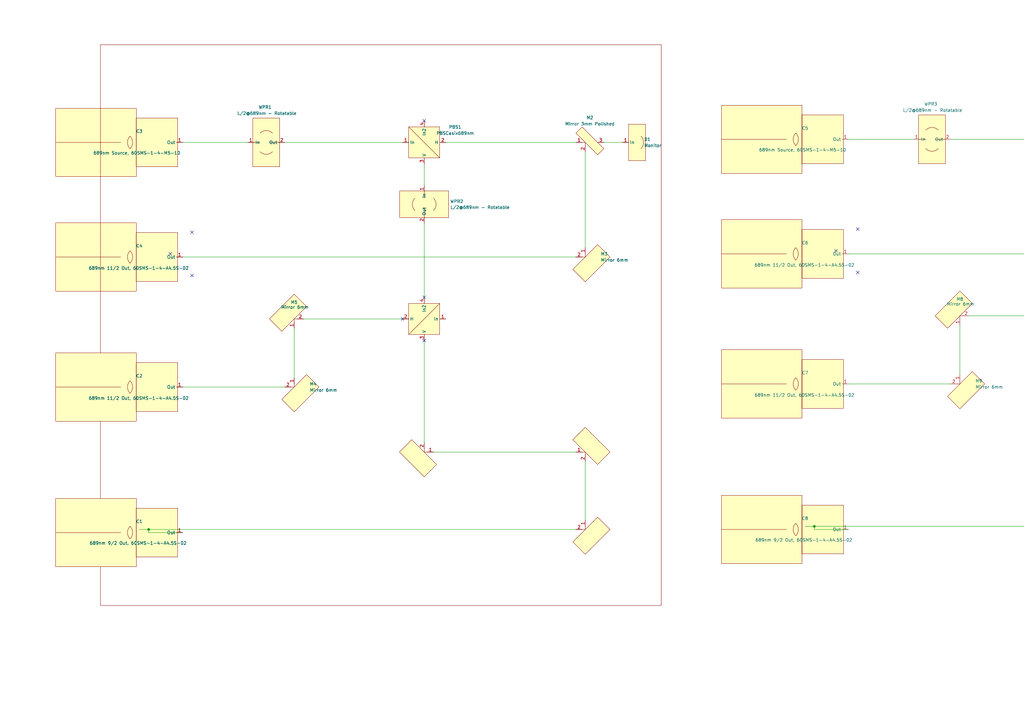
<source format=kicad_sch>
(kicad_sch (version 20231120) (generator "eeschema") (generator_version "8.0")
  (paper "A3")
  (lib_symbols
    (symbol "Optics:Baseplate230x230"
      (property "Reference" "BP" (at 0 0 0))
      (property "Value" "230mm" (at 0.254 -2.286 0))
      (symbol "Baseplate230x230_1_1"
        (rectangle (start -115 115) (end 115 -115))
      )
    )
    (symbol "Optics:Collimator_S&K_M5"
      (property "Reference" "C" (at 5.08 12.7 0))
      (symbol "Collimator_S&K_M5_1_1"
        (rectangle (start -33 14) (end 0 -14) (fill (type background)))
        (arc (start -2.54 -2.54) (mid -1.4879 0) (end -2.54 2.54))
        (arc (start -2.54 2.54) (mid -3.5921 0) (end -2.54 -2.54))
        (polyline (pts (xy -33.02 0) (xy -6.35 0)))
        (rectangle (start 0 10) (end 17 -10) (fill (type background)))
        (pin passive line (at 19.05 0 180) (length 2.54) (name "Out") (number "1"))
      )
    )
    (symbol "Optics:Lambda/2 -689Rot"
      (property "Reference" "WPR" (at -0.508 13.97 0))
      (property "Value" "L/2@689nm - Rotatable" (at -0.508 11.43 0))
      (symbol "Lambda/2 -689Rot_0_1"
        (arc (start -2.54 -3.81) (mid 0 -4.8621) (end 2.54 -3.81))
        (polyline (pts (xy 1.27 0) (xy 5.08 0)))
        (arc (start 2.54 3.81) (mid 0 4.8621) (end -2.54 3.81))
      )
      (symbol "Lambda/2 -689Rot_1_1"
        (rectangle (start -5.5 10) (end 5.5 -10) (fill (type background)))
        (polyline (pts (xy -5.08 0) (xy -2.54 0)))
        (pin passive line (at -7.62 0 0) (length 2.54) (name "In") (number "1"))
        (pin passive line (at 7.62 0 180) (length 2.54) (name "Out") (number "2"))
      )
    )
    (symbol "Optics:Mirror3mmE02Right"
      (property "Reference" "M" (at 1.016 6.858 0))
      (property "Value" "Mirror 3mm Polished" (at 10.414 4.318 0))
      (symbol "Mirror3mmE02Right_0_1"
        (polyline (pts (xy -1.27 0) (xy 0 0) (xy 0 -1.27)))
      )
      (symbol "Mirror3mmE02Right_1_1"
        (polyline (pts (xy 0 0) (xy -3.81 3.81) (xy -1.27 6.35) (xy 7.62 -2.54) (xy 5.08 -5.08) (xy 0 0)) (fill (type background)))
        (pin passive line (at -3.81 0 0) (length 2.54) (name "In") (number "1"))
        (pin passive line (at 0 -3.81 90) (length 2.54) (name "Out") (number "2"))
        (pin passive line (at 7.62 0 180) (length 2.54) (name "Leak") (number "3"))
      )
    )
    (symbol "Optics:Mirror6mmE02"
      (property "Reference" "M" (at 3.556 3.556 0))
      (property "Value" "Mirror 6mm" (at 8.382 1.524 0))
      (symbol "Mirror6mmE02_1_1"
        (polyline (pts (xy -1.27 0) (xy 0 0) (xy 0 -1.27)))
        (polyline (pts (xy 0 0) (xy -5.08 5.08) (xy 0 10.16) (xy 10.16 0) (xy 5.08 -5.08) (xy 0 0)) (fill (type background)))
        (pin passive line (at -3.81 0 0) (length 2.54) (name "In") (number "1"))
        (pin passive line (at 0 -3.81 90) (length 2.54) (name "Out") (number "2"))
      )
    )
    (symbol "Optics:Monitor"
      (property "Reference" "D" (at 3.81 8.89 0))
      (property "Value" "Monitor" (at 3.81 -8.89 0))
      (symbol "Monitor_1_1"
        (rectangle (start 0 7.5) (end 7 -7.5) (fill (type background)))
        (arc (start 5.08 -2.54) (mid 6.1321 0) (end 5.08 2.54) (fill (type background)))
        (pin passive line (at -2.54 0 0) (length 2.54) (name "In") (number "1"))
      )
    )
    (symbol "Optics:NPBS_70-30-Flipped"
      (property "Reference" "NPBS-F" (at 3.556 7.366 0))
      (property "Value" "NPBS-70:30-Flipped" (at 9.398 5.334 0))
      (symbol "NPBS_70-30-Flipped_0_1"
        (polyline (pts (xy -6.35 6.35) (xy 6.35 -6.35)))
      )
      (symbol "NPBS_70-30-Flipped_1_1"
        (rectangle (start -6.35 6.35) (end 6.35 -6.35) (fill (type background)))
        (pin passive line (at 0 -8.89 90) (length 2.54) (name "In") (number "1"))
        (pin passive line (at 0 8.89 270) (length 2.54) (name "H") (number "2"))
        (pin passive line (at -8.89 0 0) (length 2.54) (name "V") (number "3"))
        (pin passive line (at 8.89 0 180) (length 2.54) (name "In2") (number "4"))
      )
    )
    (symbol "Optics:PBS_689Casix"
      (property "Reference" "PBS" (at 3.556 7.366 0))
      (property "Value" "PBSCasix689nm" (at 9.398 5.334 0))
      (symbol "PBS_689Casix_0_1"
        (polyline (pts (xy -6.35 6.35) (xy 6.35 -6.35)))
      )
      (symbol "PBS_689Casix_1_1"
        (rectangle (start -6.35 6.35) (end 6.35 -6.35) (fill (type background)))
        (pin passive line (at -8.89 0 0) (length 2.54) (name "In") (number "1"))
        (pin passive line (at 8.89 0 180) (length 2.54) (name "H") (number "2"))
        (pin passive line (at 0 -8.89 90) (length 2.54) (name "V") (number "3"))
        (pin passive line (at 0 8.89 270) (length 2.54) (name "In2") (number "4"))
      )
    )
  )
  (junction (at 334.01 215.9))
  (junction (at 60.96 217.17))
  (no_connect (at 447.04 120.65))
  (no_connect (at 78.74 113.03))
  (no_connect (at 447.04 48.26))
  (no_connect (at 173.99 49.53))
  (no_connect (at 342.9 102.87))
  (no_connect (at 351.79 111.76))
  (no_connect (at 173.99 121.92))
  (no_connect (at 165.1 130.81))
  (no_connect (at 438.15 129.54))
  (no_connect (at 351.79 93.98))
  (no_connect (at 69.85 104.14))
  (no_connect (at 447.04 138.43))
  (no_connect (at 173.99 139.7))
  (no_connect (at 78.74 95.25))
  (wire (pts (xy 334.01 215.9) (xy 509.27 215.9)))
  (wire (pts (xy 120.65 134.62) (xy 120.65 154.94)))
  (wire (pts (xy 247.65 58.42) (xy 255.27 58.42)))
  (wire (pts (xy 124.46 130.81) (xy 165.1 130.81)))
  (wire (pts (xy 74.93 105.41) (xy 236.22 105.41)))
  (wire (pts (xy 334.01 215.9) (xy 334.01 217.17)))
  (wire (pts (xy 60.96 217.17) (xy 236.22 217.17)))
  (wire (pts (xy 347.98 157.48) (xy 389.89 157.48)))
  (wire (pts (xy 240.03 189.23) (xy 240.03 213.36)))
  (wire (pts (xy 74.93 58.42) (xy 101.6 58.42)))
  (wire (pts (xy 173.99 91.44) (xy 173.99 121.92)))
  (wire (pts (xy 455.93 57.15) (xy 509.27 57.15)))
  (wire (pts (xy 447.04 138.43) (xy 447.04 180.34)))
  (wire (pts (xy 393.7 133.35) (xy 393.7 153.67)))
  (wire (pts (xy 347.98 57.15) (xy 374.65 57.15)))
  (wire (pts (xy 74.93 158.75) (xy 116.84 158.75)))
  (wire (pts (xy 513.08 187.96) (xy 513.08 212.09)))
  (wire (pts (xy 240.03 62.23) (xy 240.03 101.6)))
  (wire (pts (xy 173.99 67.31) (xy 173.99 76.2)))
  (wire (pts (xy 177.8 185.42) (xy 236.22 185.42)))
  (wire (pts (xy 447.04 66.04) (xy 447.04 74.93)))
  (wire (pts (xy 334.01 217.17) (xy 347.98 217.17)))
  (wire (pts (xy 57.15 217.17) (xy 60.96 217.17)))
  (wire (pts (xy 513.08 60.96) (xy 513.08 100.33)))
  (wire (pts (xy 173.99 139.7) (xy 173.99 181.61)))
  (wire (pts (xy 116.84 58.42) (xy 165.1 58.42)))
  (wire (pts (xy 60.96 218.44) (xy 74.93 218.44)))
  (wire (pts (xy 397.51 129.54) (xy 438.15 129.54)))
  (wire (pts (xy 520.7 57.15) (xy 528.32 57.15)))
  (wire (pts (xy 182.88 58.42) (xy 236.22 58.42)))
  (wire (pts (xy 450.85 184.15) (xy 509.27 184.15)))
  (wire (pts (xy 347.98 104.14) (xy 509.27 104.14)))
  (wire (pts (xy 330.2 215.9) (xy 334.01 215.9)))
  (wire (pts (xy 447.04 90.17) (xy 447.04 120.65)))
  (wire (pts (xy 389.89 57.15) (xy 438.15 57.15)))
  (wire (pts (xy 60.96 217.17) (xy 60.96 218.44)))
  (symbol (lib_id "Optics:Mirror6mmE02") (at 513.08 184.15 0) (unit 1)
    (property "Reference" "M13" (effects (hide yes)))
    (property "Value" "Mirror 6mm" (effects (hide yes)))
    (property "Footprint" "Optics:Mirror6mm" (effects (hide yes)))
  )
  (symbol (lib_id "Optics:Mirror3mmE02Right") (at 513.08 57.15 0) (unit 1)
    (property "Reference" "M11" (at 514.985 46.99 0))
    (property "Value" "Mirror 3mm Polished" (at 514.985 49.53 0))
    (property "Footprint" "Optics:Mirror3mmRight" (effects (hide yes)))
  )
  (symbol (lib_id "Optics:Lambda/2 -689Rot") (at 109.22 58.42 0) (unit 1)
    (property "Reference" "WPR1" (at 108.712 43.942 0))
    (property "Value" "L/2@689nm - Rotatable" (at 109.474 46.482 0))
    (property "Footprint" "Optics:WaveplateRotateable" (effects (hide yes)))
  )
  (symbol (lib_id "Optics:Collimator_S&K_M5") (at 328.93 157.48 0) (unit 1)
    (property "Reference" "C7" (at 330.2 152.908 0))
    (property "Value" "689nm 11/2 Out, 60SMS-1-4-A4.5S-02" (at 329.946 162.052 0))
    (property "Footprint" "Optics:S&KCollimator_V1" (effects (hide yes)))
  )
  (symbol (lib_id "Optics:PBS_689Casix") (at 447.04 57.15 0) (unit 1)
    (property "Reference" "PBS2" (at 459.74 50.8314 0))
    (property "Value" "PBSCasix689nm" (at 459.74 53.3714 0))
    (property "Footprint" "Optics:PBS" (effects (hide yes)))
  )
  (symbol (lib_id "Optics:PBS_689Casix") (at 173.99 58.42 0) (unit 1)
    (property "Reference" "PBS1" (at 186.69 52.1014 0))
    (property "Value" "PBSCasix689nm" (at 186.69 54.6414 0))
    (property "Footprint" "Optics:PBS" (effects (hide yes)))
  )
  (symbol (lib_id "Optics:Lambda/2 -689Rot") (at 382.27 57.15 0) (unit 1)
    (property "Reference" "WPR3" (at 381.762 42.672 0))
    (property "Value" "L/2@689nm - Rotatable" (at 382.524 45.212 0))
    (property "Footprint" "Optics:WaveplateRotateable" (effects (hide yes)))
  )
  (symbol (lib_id "Optics:Mirror6mmE02") (at 120.65 158.75 270) (unit 1)
    (property "Reference" "M4" (at 127 157.4799 90) (effects (justify left)))
    (property "Value" "Mirror 6mm" (at 127 160.0199 90) (effects (justify left)))
    (property "Footprint" "Optics:Mirror6mm" (effects (hide yes)))
  )
  (symbol (lib_id "Optics:Mirror6mmE02") (at 513.08 104.14 270) (unit 1)
    (property "Reference" "M12" (at 519.43 102.8699 90) (effects (justify left)))
    (property "Value" "Mirror 6mm" (at 519.43 105.4099 90) (effects (justify left)))
    (property "Footprint" "Optics:Mirror6mm" (effects (hide yes)))
  )
  (symbol (lib_id "Optics:Mirror6mmE02") (at 393.7 129.54 90) (unit 1)
    (property "Reference" "M8" (at 393.7 122.682 90))
    (property "Value" "Mirror 6mm" (at 393.954 124.714 90))
    (property "Footprint" "Optics:Mirror6mm" (effects (hide yes)))
  )
  (symbol (lib_id "Optics:Lambda/2 -689Rot") (at 447.04 82.55 270) (unit 1)
    (property "Reference" "WPR4" (at 457.675 81.3378 90) (effects (justify left)))
    (property "Value" "L/2@689nm - Rotatable" (at 457.675 83.7621 90) (effects (justify left)))
    (property "Footprint" "Optics:WaveplateRotateable" (effects (hide yes)))
  )
  (symbol (lib_id "Optics:Monitor") (at 257.81 58.42 0) (unit 1)
    (property "Reference" "D1" (at 264.16 57.1499 0) (effects (justify left)))
    (property "Value" "Monitor" (at 264.16 59.6899 0) (effects (justify left)))
    (property "Footprint" "Optics:Detector" (effects (hide yes)))
  )
  (symbol (lib_id "Optics:Collimator_S&K_M5") (at 55.88 218.44 0) (unit 1)
    (property "Reference" "C1" (at 57.15 213.868 0))
    (property "Value" "689nm 9/2 Out, 60SMS-1-4-A4.5S-02" (at 56.642 222.758 0))
    (property "Footprint" "Optics:S&KCollimator_V1" (effects (hide yes)))
  )
  (symbol (lib_id "Optics:Collimator_S&K_M5") (at 328.93 57.15 0) (unit 1)
    (property "Reference" "C5" (at 330.2 52.578 0))
    (property "Value" "689nm Source, 60SMS-1-4-M5-10" (at 329.184 61.468 0))
    (property "Footprint" "Optics:S&KCollimator_V1" (effects (hide yes)))
  )
  (symbol (lib_id "Optics:Monitor") (at 530.86 57.15 0) (unit 1)
    (property "Reference" "D2" (at 537.21 55.8799 0) (effects (justify left)))
    (property "Value" "Monitor" (at 537.21 58.4199 0) (effects (justify left)))
    (property "Footprint" "Optics:Detector" (effects (hide yes)))
  )
  (symbol (lib_id "Optics:Collimator_S&K_M5") (at 328.93 217.17 0) (unit 1)
    (property "Reference" "C8" (at 330.2 212.598 0))
    (property "Value" "689nm 9/2 Out, 60SMS-1-4-A4.5S-02" (at 329.692 221.488 0))
    (property "Footprint" "Optics:S&KCollimator_V1" (effects (hide yes)))
  )
  (symbol (lib_id "Optics:Mirror6mmE02") (at 513.08 215.9 270) (unit 1)
    (property "Reference" "M14" (effects (hide yes)))
    (property "Value" "Mirror 6mm" (effects (hide yes)))
    (property "Footprint" "Optics:Mirror6mm" (effects (hide yes)))
  )
  (symbol (lib_id "Optics:Mirror6mmE02") (at 240.03 185.42 0) (unit 1)
    (property "Reference" "M6" (effects (hide yes)))
    (property "Value" "Mirror 6mm" (effects (hide yes)))
    (property "Footprint" "Optics:Mirror6mm" (effects (hide yes)))
  )
  (symbol (lib_id "Optics:Mirror6mmE02") (at 240.03 217.17 270) (unit 1)
    (property "Reference" "M7" (effects (hide yes)))
    (property "Value" "Mirror 6mm" (effects (hide yes)))
    (property "Footprint" "Optics:Mirror6mm" (effects (hide yes)))
  )
  (symbol (lib_id "Optics:Collimator_S&K_M5") (at 328.93 104.14 0) (unit 1)
    (property "Reference" "C6" (at 330.2 99.568 0))
    (property "Value" "689nm 11/2 Out, 60SMS-1-4-A4.5S-02" (at 329.946 108.712 0))
    (property "Footprint" "Optics:S&KCollimator_V1" (effects (hide yes)))
  )
  (symbol (lib_id "Optics:Collimator_S&K_M5") (at 55.88 58.42 0) (unit 1)
    (property "Reference" "C3" (at 57.15 53.848 0))
    (property "Value" "689nm Source, 60SMS-1-4-M5-10" (at 56.134 62.738 0))
    (property "Footprint" "Optics:S&KCollimator_V1" (effects (hide yes)))
  )
  (symbol (lib_id "Optics:Collimator_S&K_M5") (at 55.88 105.41 0) (unit 1)
    (property "Reference" "C4" (at 57.15 100.838 0))
    (property "Value" "689nm 11/2 Out, 60SMS-1-4-A4.5S-02" (at 56.896 109.982 0))
    (property "Footprint" "Optics:S&KCollimator_V1" (effects (hide yes)))
  )
  (symbol (lib_id "Optics:NPBS_70-30-Flipped") (at 173.99 130.81 90) (unit 1)
    (property "Reference" "NPBSF3" (effects (hide yes)))
    (property "Value" "NPBS-70:30-Flipped" (effects (hide yes)))
    (property "Footprint" "Optics:PBS_Flipped" (effects (hide yes)))
  )
  (symbol (lib_id "Optics:Mirror6mmE02") (at 447.04 184.15 180) (unit 1)
    (property "Reference" "M10" (effects (hide yes)))
    (property "Value" "Mirror 6mm" (effects (hide yes)))
    (property "Footprint" "Optics:Mirror6mm" (effects (hide yes)))
  )
  (symbol (lib_id "Optics:Mirror6mmE02") (at 393.7 157.48 270) (unit 1)
    (property "Reference" "M9" (at 400.05 156.2099 90) (effects (justify left)))
    (property "Value" "Mirror 6mm" (at 400.05 158.7499 90) (effects (justify left)))
    (property "Footprint" "Optics:Mirror6mm" (effects (hide yes)))
  )
  (symbol (lib_id "Optics:Mirror6mmE02") (at 173.99 185.42 180) (unit 1)
    (property "Reference" "M1" (effects (hide yes)))
    (property "Value" "Mirror 6mm" (effects (hide yes)))
    (property "Footprint" "Optics:Mirror6mm" (effects (hide yes)))
  )
  (symbol (lib_id "Optics:Collimator_S&K_M5") (at 55.88 158.75 0) (unit 1)
    (property "Reference" "C2" (at 57.15 154.178 0))
    (property "Value" "689nm 11/2 Out, 60SMS-1-4-A4.5S-02" (at 56.896 163.322 0))
    (property "Footprint" "Optics:S&KCollimator_V1" (effects (hide yes)))
  )
  (symbol (lib_id "Optics:Mirror6mmE02") (at 120.65 130.81 90) (unit 1)
    (property "Reference" "M5" (at 120.65 123.952 90))
    (property "Value" "Mirror 6mm" (at 120.904 125.984 90))
    (property "Footprint" "Optics:Mirror6mm" (effects (hide yes)))
  )
  (symbol (lib_id "Optics:Lambda/2 -689Rot") (at 173.99 83.82 270) (unit 1)
    (property "Reference" "WPR2" (at 184.625 82.6078 90) (effects (justify left)))
    (property "Value" "L/2@689nm - Rotatable" (at 184.625 85.0321 90) (effects (justify left)))
    (property "Footprint" "Optics:WaveplateRotateable" (effects (hide yes)))
  )
  (symbol (lib_id "Optics:Mirror6mmE02") (at 240.03 105.41 270) (unit 1)
    (property "Reference" "M3" (at 246.38 104.1399 90) (effects (justify left)))
    (property "Value" "Mirror 6mm" (at 246.38 106.6799 90) (effects (justify left)))
    (property "Footprint" "Optics:Mirror6mm" (effects (hide yes)))
  )
  (symbol (lib_id "Optics:Baseplate230x230") (at 156.21 133.35 0) (unit 1)
    (property "Reference" "BP1" (effects (hide yes)))
    (property "Value" "230mm" (effects (hide yes)))
    (property "Footprint" "Optics:Baseplate230mm" (effects (hide yes)))
  )
  (symbol (lib_id "Optics:NPBS_70-30-Flipped") (at 447.04 129.54 90) (unit 1)
    (property "Reference" "NPBSF1" (effects (hide yes)))
    (property "Value" "NPBS-70:30-Flipped" (effects (hide yes)))
    (property "Footprint" "Optics:PBS_Flipped" (effects (hide yes)))
  )
  (symbol (lib_id "Optics:Mirror3mmE02Right") (at 240.03 58.42 0) (unit 1)
    (property "Reference" "M2" (at 241.935 48.26 0))
    (property "Value" "Mirror 3mm Polished" (at 241.935 50.8 0))
    (property "Footprint" "Optics:Mirror3mmRight" (effects (hide yes)))
  )
)
</source>
